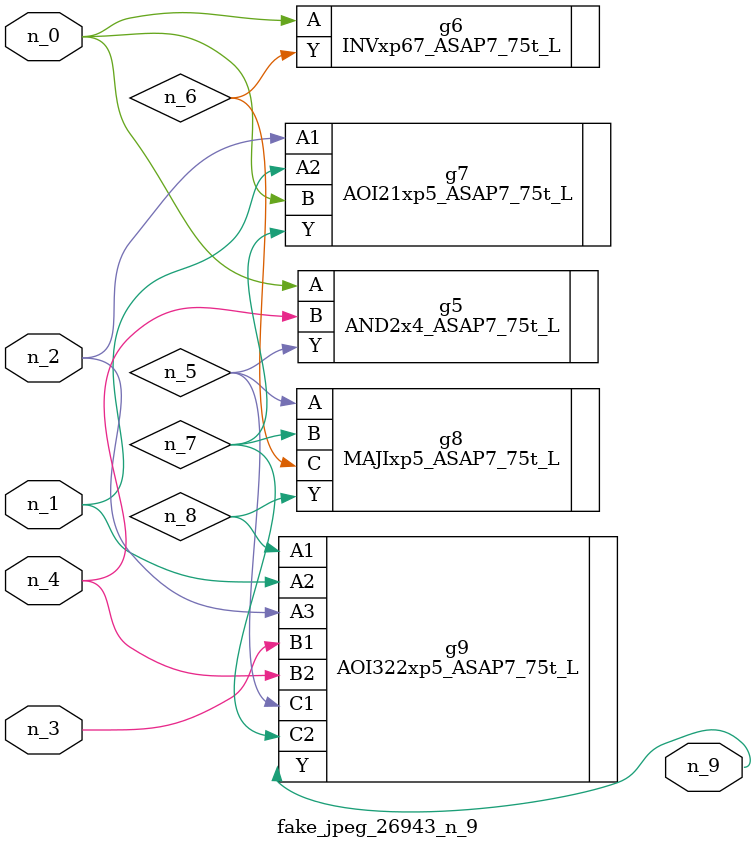
<source format=v>
module fake_jpeg_26943_n_9 (n_3, n_2, n_1, n_0, n_4, n_9);

input n_3;
input n_2;
input n_1;
input n_0;
input n_4;

output n_9;

wire n_8;
wire n_6;
wire n_5;
wire n_7;

AND2x4_ASAP7_75t_L g5 ( 
.A(n_0),
.B(n_4),
.Y(n_5)
);

INVxp67_ASAP7_75t_L g6 ( 
.A(n_0),
.Y(n_6)
);

AOI21xp5_ASAP7_75t_L g7 ( 
.A1(n_2),
.A2(n_1),
.B(n_0),
.Y(n_7)
);

MAJIxp5_ASAP7_75t_L g8 ( 
.A(n_5),
.B(n_7),
.C(n_6),
.Y(n_8)
);

AOI322xp5_ASAP7_75t_L g9 ( 
.A1(n_8),
.A2(n_1),
.A3(n_2),
.B1(n_3),
.B2(n_4),
.C1(n_5),
.C2(n_7),
.Y(n_9)
);


endmodule
</source>
